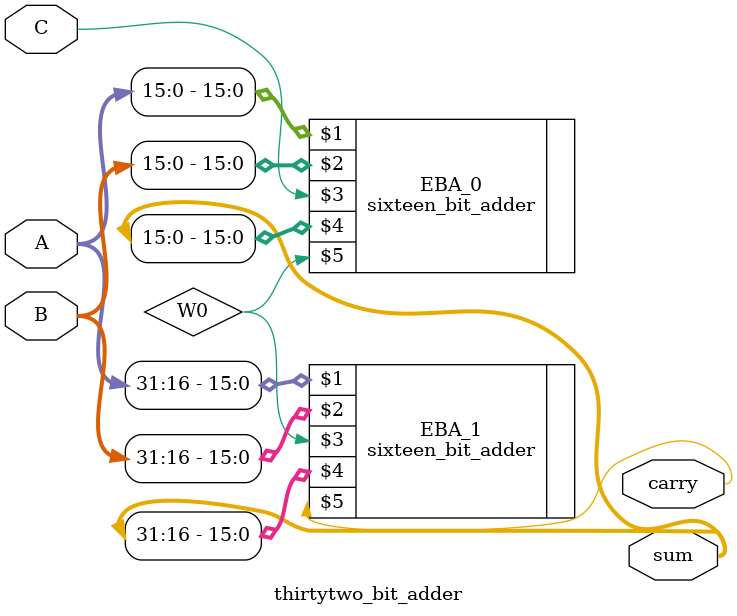
<source format=v>
`include "sixteen_bit_adder.v"
module thirtytwo_bit_adder(A, B, C, sum, carry);
	input[31:0] A, B;	
	input C;
	output[31:0] sum;
	output carry;
	wire W0;
	sixteen_bit_adder EBA_0(A[15:0], B[15:0], C, sum[15:0], W0);
	sixteen_bit_adder EBA_1(A[31:16], B[31:16], W0, sum[31:16], carry);
endmodule
</source>
